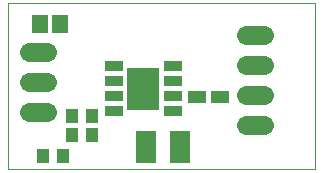
<source format=gbs>
G75*
%MOIN*%
%OFA0B0*%
%FSLAX24Y24*%
%IPPOS*%
%LPD*%
%AMOC8*
5,1,8,0,0,1.08239X$1,22.5*
%
%ADD10C,0.0000*%
%ADD11R,0.0670X0.1103*%
%ADD12R,0.0552X0.0631*%
%ADD13C,0.0640*%
%ADD14R,0.0633X0.0356*%
%ADD15R,0.1064X0.1418*%
%ADD16R,0.0631X0.0434*%
%ADD17R,0.0434X0.0473*%
D10*
X000100Y000704D02*
X000100Y006216D01*
X010336Y006216D01*
X010336Y000704D01*
X000100Y000704D01*
D11*
X004726Y001417D03*
X005828Y001417D03*
D12*
X001848Y005531D03*
X001179Y005531D03*
D13*
X001400Y004598D02*
X000800Y004598D01*
X000800Y003598D02*
X001400Y003598D01*
X001400Y002598D02*
X000800Y002598D01*
X008040Y002169D02*
X008640Y002169D01*
X008640Y003169D02*
X008040Y003169D01*
X008056Y004177D02*
X008656Y004177D01*
X008656Y005177D02*
X008056Y005177D01*
D14*
X005594Y004117D03*
X005594Y003617D03*
X005594Y003117D03*
X005594Y002617D03*
X003628Y002617D03*
X003628Y003117D03*
X003628Y003617D03*
X003628Y004117D03*
D15*
X004612Y003365D03*
D16*
X006423Y003106D03*
X007163Y003106D03*
D17*
X002915Y002476D03*
X002246Y002476D03*
X002246Y001846D03*
X002915Y001846D03*
X001931Y001137D03*
X001261Y001137D03*
M02*

</source>
